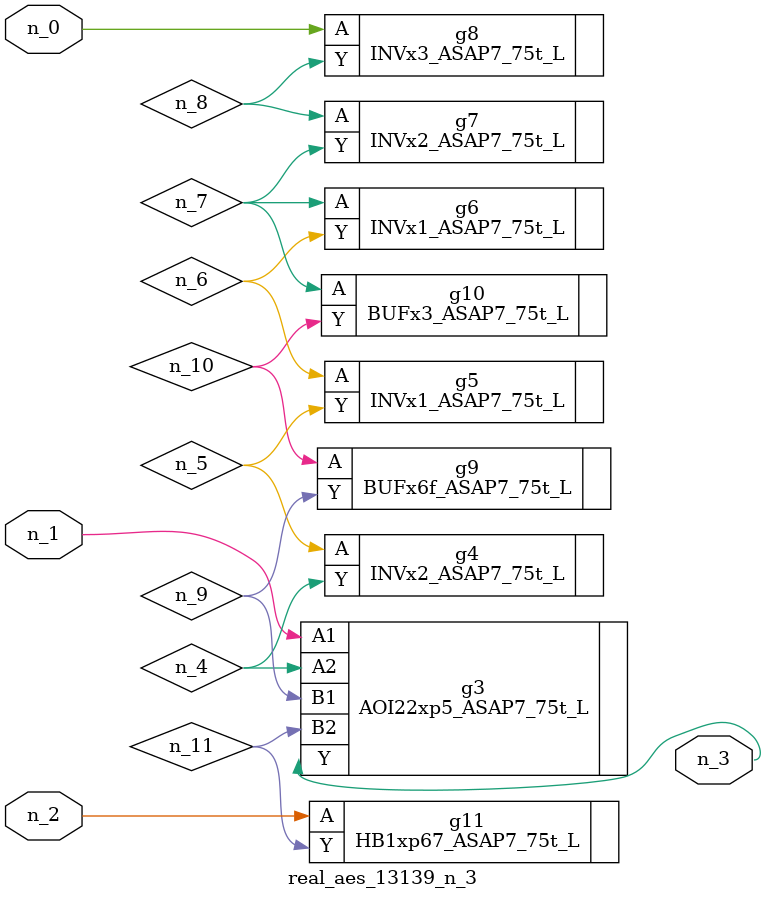
<source format=v>
module real_aes_13139_n_3 (n_0, n_2, n_1, n_3);
input n_0;
input n_2;
input n_1;
output n_3;
wire n_4;
wire n_5;
wire n_7;
wire n_9;
wire n_6;
wire n_8;
wire n_10;
wire n_11;
INVx3_ASAP7_75t_L g8 ( .A(n_0), .Y(n_8) );
AOI22xp5_ASAP7_75t_L g3 ( .A1(n_1), .A2(n_4), .B1(n_9), .B2(n_11), .Y(n_3) );
HB1xp67_ASAP7_75t_L g11 ( .A(n_2), .Y(n_11) );
INVx2_ASAP7_75t_L g4 ( .A(n_5), .Y(n_4) );
INVx1_ASAP7_75t_L g5 ( .A(n_6), .Y(n_5) );
INVx1_ASAP7_75t_L g6 ( .A(n_7), .Y(n_6) );
BUFx3_ASAP7_75t_L g10 ( .A(n_7), .Y(n_10) );
INVx2_ASAP7_75t_L g7 ( .A(n_8), .Y(n_7) );
BUFx6f_ASAP7_75t_L g9 ( .A(n_10), .Y(n_9) );
endmodule
</source>
